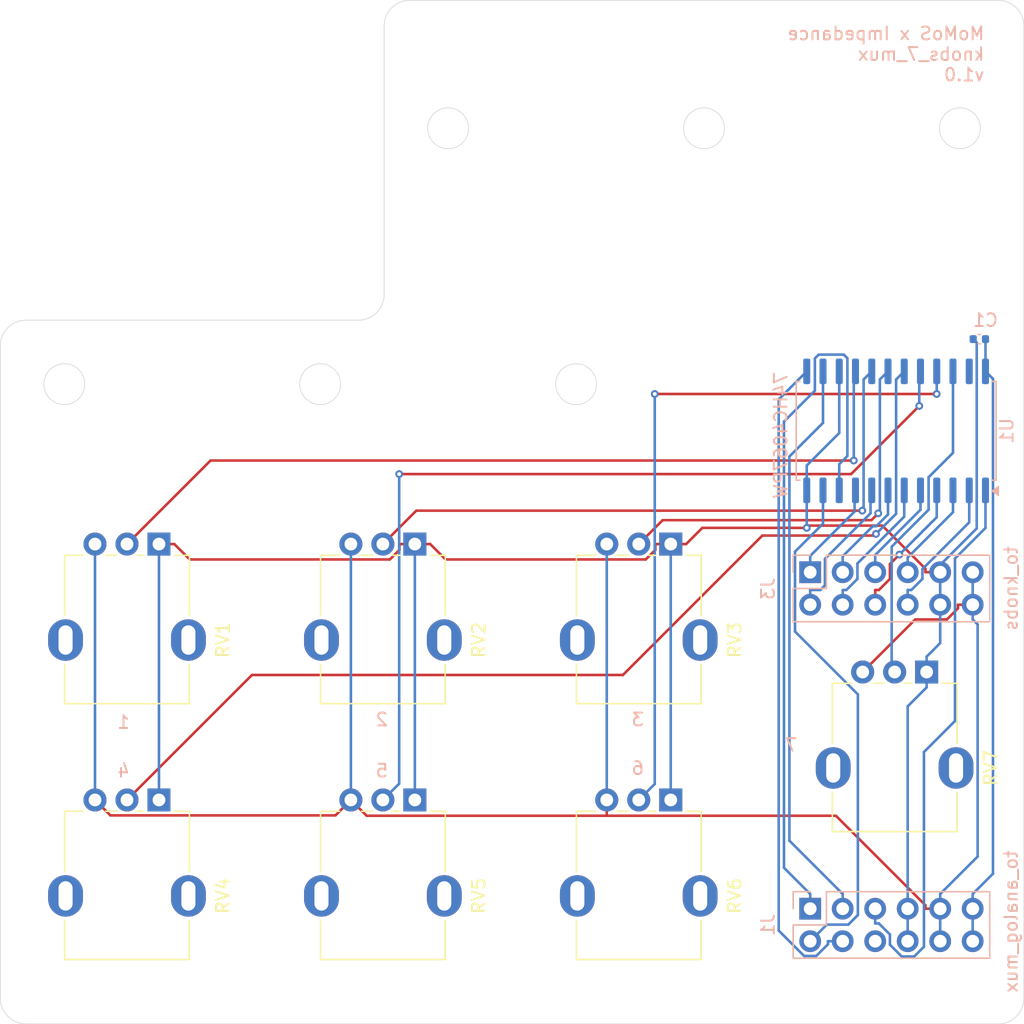
<source format=kicad_pcb>
(kicad_pcb (version 20240108) (generator "pcbnew") (generator_version "8.0")
  (layers (0 "F.Cu" signal) (31 "B.Cu" signal) (34 "B.Paste" user) (35 "F.Paste" user) (36 "B.SilkS" user "B.Silkscreen") (37 "F.SilkS" user "F.Silkscreen") (38 "B.Mask" user) (39 "F.Mask" user) (44 "Edge.Cuts" user))
  (net 0 "")
  (net 1 "+5V")
  (net 2 "GND")
  (net 3 "Net-(J1-Pin_5)")
  (net 4 "Net-(J1-Pin_3)")
  (net 5 "+3.3V")
  (net 7 "Net-(J1-Pin_4)")
  (net 8 "Net-(J1-Pin_1)")
  (net 9 "Net-(J1-Pin_2)")
  (net 10 "/A_in_14")
  (net 11 "/A_in_11")
  (net 12 "/A_in_12")
  (net 13 "/A_in_15")
  (net 14 "/A_in_13")
  (net 15 "/A_in_8")
  (net 16 "/A_in_10")
  (net 17 "/A_in_9")
  (net 18 "/A_in_0")
  (net 19 "/A_in_1")
  (net 20 "/A_in_2")
  (net 21 "/A_in_3")
  (net 22 "/A_in_4")
  (net 23 "/A_in_5")
  (net 24 "/A_in_6")
  (net 25 "/A_in_7")
  (footprint "eurorack_benjiao:Potentiometer_RV09" (layer "F.Cu") (at 12.4 -17.5 -90)
    (property "Reference" "RV4")
    (property "Value" "R_Potentiometer" (hide yes))
  )
  (footprint "eurorack_benjiao:Potentiometer_RV09" (layer "F.Cu") (at 52.4 -17.5 -90)
    (property "Reference" "RV6")
    (property "Value" "R_Potentiometer" (hide yes))
  )
  (footprint "eurorack_benjiao:Potentiometer_RV09" (layer "F.Cu") (at 52.4 -37.5 -90)
    (property "Reference" "RV3")
    (property "Value" "R_Potentiometer" (hide yes))
  )
  (footprint "eurorack_benjiao:Potentiometer_RV09" (layer "F.Cu") (at 32.4 -37.5 -90)
    (property "Reference" "RV2")
    (property "Value" "R_Potentiometer" (hide yes))
  )
  (footprint "eurorack_benjiao:Potentiometer_RV09" (layer "F.Cu") (at 32.4 -17.5 -90)
    (property "Reference" "RV5")
    (property "Value" "R_Potentiometer" (hide yes))
  )
  (footprint "eurorack_benjiao:Potentiometer_RV09" (layer "F.Cu") (at 12.4 -37.5 -90)
    (property "Reference" "RV1")
    (property "Value" "R_Potentiometer" (hide yes))
  )
  (footprint "eurorack_benjiao:Potentiometer_RV09" (layer "F.Cu") (at 72.4 -27.5 -90)
    (property "Reference" "RV7")
    (property "Value" "R_Potentiometer" (hide yes))
  )
  (footprint "Capacitor_SMD:C_0402_1005Metric" (layer "B.Cu") (at 76.52 -53.52)
    (property "Reference" "C1")
    (property "Value" "100 nF" (hide yes))
  )
  (footprint "Connector_PinHeader_2.54mm:PinHeader_2x06_P2.54mm_Vertical" (layer "B.Cu") (at 63.3 -9 -90)
    (property "Reference" "J1")
    (property "Value" "to_analog_mux")
  )
  (footprint "Package_SO:SOP-24_7.5x15.4mm_P1.27mm" (layer "B.Cu") (at 70.015 -46.35 90)
    (property "Reference" "U1")
    (property "Value" "74HC4067PW")
  )
  (footprint "Connector_PinHeader_2.54mm:PinHeader_2x06_P2.54mm_Vertical" (layer "B.Cu") (at 63.3 -35.3 -90)
    (property "Reference" "J3")
    (property "Value" "to_knobs")
  )
  (gr_circle (center 25 -50) (end 26.6 -50) (stroke (width 0.05)) (fill none) (layer "Edge.Cuts"))
  (gr_circle (center 55 -70) (end 56.6 -70) (stroke (width 0.05)) (fill none) (layer "Edge.Cuts"))
  (gr_arc (start 0 -53) (mid 0.585786 -54.414214) (end 2 -55) (stroke (width 0.05)) (layer "Edge.Cuts"))
  (gr_arc (start 2 0) (mid 0.585786 -0.585786) (end 0 -2) (stroke (width 0.05)) (layer "Edge.Cuts"))
  (gr_circle (center 5 -50) (end 6.6 -50) (stroke (width 0.05)) (fill none) (layer "Edge.Cuts"))
  (gr_line (start 0 -2) (end 0 -53) (stroke (width 0.05)) (layer "Edge.Cuts"))
  (gr_arc (start 30 -78) (mid 30.585786 -79.414214) (end 32 -80) (stroke (width 0.05)) (layer "Edge.Cuts"))
  (gr_circle (center 75 -70) (end 76.6 -70) (stroke (width 0.05)) (fill none) (layer "Edge.Cuts"))
  (gr_circle (center 35 -70) (end 36.6 -70) (stroke (width 0.05)) (fill none) (layer "Edge.Cuts"))
  (gr_arc (start 78 -80) (mid 79.414214 -79.414214) (end 80 -78) (stroke (width 0.05)) (layer "Edge.Cuts"))
  (gr_line (start 80 -55) (end 80 -2) (stroke (width 0.05)) (layer "Edge.Cuts"))
  (gr_arc (start 80 -2) (mid 79.414214 -0.585786) (end 78 0) (stroke (width 0.05)) (layer "Edge.Cuts"))
  (gr_line (start 78 0) (end 2 0) (stroke (width 0.05)) (layer "Edge.Cuts"))
  (gr_line (start 32 -80) (end 78 -80) (stroke (width 0.05)) (layer "Edge.Cuts"))
  (gr_line (start 30 -57) (end 30 -78) (stroke (width 0.05)) (layer "Edge.Cuts"))
  (gr_line (start 28 -55) (end 2 -55) (stroke (width 0.05)) (layer "Edge.Cuts"))
  (gr_line (start 80 -78) (end 80 -55) (stroke (width 0.05)) (layer "Edge.Cuts"))
  (gr_circle (center 45 -50) (end 46.6 -50) (stroke (width 0.05)) (fill none) (layer "Edge.Cuts"))
  (gr_arc (start 30 -57) (mid 29.414214 -55.585786) (end 28 -55) (stroke (width 0.05)) (layer "Edge.Cuts"))
  (gr_text "MoMoS x Impedance\nknobs_7_mux\nv1.0" (at 77 -73.6 0) (layer "B.SilkS") (effects (font (size 1 1)) (justify left bottom mirror)))
  (gr_text "5" (at 30.4 -19.2 0) (layer "B.SilkS") (effects (font (size 1 1)) (justify left bottom mirror)))
  (gr_text "6" (at 50.4 -19.4 0) (layer "B.SilkS") (effects (font (size 1 1)) (justify left bottom mirror)))
  (gr_text "7" (at 62.4 -21.2 0) (layer "B.SilkS") (effects (font (size 1 1)) (justify left bottom mirror)))
  (gr_text "2" (at 30.4 -23.2 0) (layer "B.SilkS") (effects (font (size 1 1)) (justify left bottom mirror)))
  (gr_text "3" (at 50.4 -23.2 0) (layer "B.SilkS") (effects (font (size 1 1)) (justify left bottom mirror)))
  (gr_text "1" (at 10.2 -23 0) (layer "B.SilkS") (effects (font (size 1 1)) (justify left bottom mirror)))
  (gr_text "4" (at 10.2 -19.2 0) (layer "B.SilkS") (effects (font (size 1 1)) (justify left bottom mirror)))
  (segment (start 76 -10.1517) (end 77.5862 -11.7379) (width 0.2) (layer "B.Cu") (net 1))
  (segment (start 77.5862 -50.4138) (end 77 -51) (width 0.2) (layer "B.Cu") (net 1))
  (segment (start 77 -53.52) (end 77 -51) (width 0.2) (layer "B.Cu") (net 1))
  (segment (start 76 -6.46) (end 76 -9) (width 0.2) (layer "B.Cu") (net 1))
  (segment (start 76 -9) (end 76 -10.1517) (width 0.2) (layer "B.Cu") (net 1))
  (segment (start 77.5862 -11.7379) (end 77.5862 -50.4138) (width 0.2) (layer "B.Cu") (net 1))
  (segment (start 30.4473 -36.2983) (end 31.1983 -37.0493) (width 0.2) (layer "F.Cu") (net 2))
  (segment (start 51.7992 -37.5) (end 52.4 -37.5) (width 0.2) (layer "F.Cu") (net 2))
  (segment (start 13.6017 -37.5) (end 14.8034 -36.2983) (width 0.2) (layer "F.Cu") (net 2))
  (segment (start 51.7992 -37.5) (end 51.1983 -37.5) (width 0.2) (layer "F.Cu") (net 2))
  (segment (start 31.1983 -37.0493) (end 31.1983 -37.5) (width 0.2) (layer "F.Cu") (net 2))
  (segment (start 53.6017 -37.5) (end 54.8689 -38.7672) (width 0.2) (layer "F.Cu") (net 2))
  (segment (start 73.46 -35.3) (end 72.3083 -35.3) (width 0.2) (layer "F.Cu") (net 2))
  (segment (start 63.2069 -38.9441) (end 68.9327 -38.9441) (width 0.2) (layer "F.Cu") (net 2))
  (segment (start 34.8034 -36.2983) (end 50.4473 -36.2983) (width 0.2) (layer "F.Cu") (net 2))
  (segment (start 12.4 -37.5) (end 13.6017 -37.5) (width 0.2) (layer "F.Cu") (net 2))
  (segment (start 14.8034 -36.2983) (end 30.4473 -36.2983) (width 0.2) (layer "F.Cu") (net 2))
  (segment (start 68.9327 -38.9441) (end 72.3083 -35.5685) (width 0.2) (layer "F.Cu") (net 2))
  (segment (start 31.7992 -37.5) (end 32.4 -37.5) (width 0.2) (layer "F.Cu") (net 2))
  (segment (start 72.3083 -35.5685) (end 72.3083 -35.3) (width 0.2) (layer "F.Cu") (net 2))
  (segment (start 52.4 -37.5) (end 53.6017 -37.5) (width 0.2) (layer "F.Cu") (net 2))
  (segment (start 63.03 -38.7672) (end 63.2069 -38.9441) (width 0.2) (layer "F.Cu") (net 2))
  (segment (start 51.1983 -37.0493) (end 51.1983 -37.5) (width 0.2) (layer "F.Cu") (net 2))
  (segment (start 31.7992 -37.5) (end 31.1983 -37.5) (width 0.2) (layer "F.Cu") (net 2))
  (segment (start 54.8689 -38.7672) (end 63.03 -38.7672) (width 0.2) (layer "F.Cu") (net 2))
  (segment (start 50.4473 -36.2983) (end 51.1983 -37.0493) (width 0.2) (layer "F.Cu") (net 2))
  (segment (start 33.6017 -37.5) (end 34.8034 -36.2983) (width 0.2) (layer "F.Cu") (net 2))
  (segment (start 32.4 -37.5) (end 33.6017 -37.5) (width 0.2) (layer "F.Cu") (net 2))
  (via (at 63.03 -38.7672) (size 0.6) (drill 0.3) (layers "F.Cu" "B.Cu") (net 2))
  (segment (start 73.46 -29.7617) (end 72.4 -28.7017) (width 0.2) (layer "B.Cu") (net 2))
  (segment (start 70.92 -24.8183) (end 72.4 -26.2983) (width 0.2) (layer "B.Cu") (net 2))
  (segment (start 63.03 -43.641) (end 63.03 -41.7) (width 0.2) (layer "B.Cu") (net 2))
  (segment (start 76.04 -53.52) (end 76.3161 -53.2439) (width 0.2) (layer "B.Cu") (net 2))
  (segment (start 73.46 -32.76) (end 73.46 -29.7617) (width 0.2) (layer "B.Cu") (net 2))
  (segment (start 72.4 -27.5) (end 72.4 -28.7017) (width 0.2) (layer "B.Cu") (net 2))
  (segment (start 76.3161 -53.2439) (end 76.3161 -38.7241) (width 0.2) (layer "B.Cu") (net 2))
  (segment (start 52.4 -37.5) (end 52.4 -17.5) (width 0.2) (layer "B.Cu") (net 2))
  (segment (start 63.03 -41.7) (end 63.03 -38.7672) (width 0.2) (layer "B.Cu") (net 2))
  (segment (start 65.57 -51) (end 65.57 -46.181) (width 0.2) (layer "B.Cu") (net 2))
  (segment (start 70.92 -6.46) (end 70.92 -9) (width 0.2) (layer "B.Cu") (net 2))
  (segment (start 73.46 -35.3) (end 73.46 -32.76) (width 0.2) (layer "B.Cu") (net 2))
  (segment (start 32.4 -37.5) (end 32.4 -17.5) (width 0.2) (layer "B.Cu") (net 2))
  (segment (start 73.46 -35.868) (end 73.46 -35.3) (width 0.2) (layer "B.Cu") (net 2))
  (segment (start 12.4 -37.5) (end 12.4 -17.5) (width 0.2) (layer "B.Cu") (net 2))
  (segment (start 65.57 -46.181) (end 63.03 -43.641) (width 0.2) (layer "B.Cu") (net 2))
  (segment (start 72.4 -27.5) (end 72.4 -26.2983) (width 0.2) (layer "B.Cu") (net 2))
  (segment (start 76.3161 -38.7241) (end 73.46 -35.868) (width 0.2) (layer "B.Cu") (net 2))
  (segment (start 70.92 -9) (end 70.92 -24.8183) (width 0.2) (layer "B.Cu") (net 2))
  (segment (start 69.5317 -6.9846) (end 69.5317 -6.1859) (width 0.2) (layer "B.Cu") (net 3))
  (segment (start 70.4538 -5.2638) (end 71.4263 -5.2638) (width 0.2) (layer "B.Cu") (net 3))
  (segment (start 68.38 -9) (end 68.38 -7.8483) (width 0.2) (layer "B.Cu") (net 3))
  (segment (start 72.19 -21.2463) (end 74.6153 -23.6716) (width 0.2) (layer "B.Cu") (net 3))
  (segment (start 71.4263 -5.2638) (end 72.19 -6.0275) (width 0.2) (layer "B.Cu") (net 3))
  (segment (start 72.19 -6.0275) (end 72.19 -21.2463) (width 0.2) (layer "B.Cu") (net 3))
  (segment (start 77 -38.7573) (end 77 -41.7) (width 0.2) (layer "B.Cu") (net 3))
  (segment (start 68.38 -7.8483) (end 68.668 -7.8483) (width 0.2) (layer "B.Cu") (net 3))
  (segment (start 69.5317 -6.1859) (end 70.4538 -5.2638) (width 0.2) (layer "B.Cu") (net 3))
  (segment (start 74.6153 -36.3726) (end 77 -38.7573) (width 0.2) (layer "B.Cu") (net 3))
  (segment (start 74.6153 -23.6716) (end 74.6153 -36.3726) (width 0.2) (layer "B.Cu") (net 3))
  (segment (start 68.668 -7.8483) (end 69.5317 -6.9846) (width 0.2) (layer "B.Cu") (net 3))
  (segment (start 65.84 -9) (end 65.84 -10.1517) (width 0.2) (layer "B.Cu") (net 4))
  (segment (start 61.6751 -14.3166) (end 61.6751 -44.3486) (width 0.2) (layer "B.Cu") (net 4))
  (segment (start 65.84 -10.1517) (end 61.6751 -14.3166) (width 0.2) (layer "B.Cu") (net 4))
  (segment (start 64.3 -46.9735) (end 64.3 -51) (width 0.2) (layer "B.Cu") (net 4))
  (segment (start 61.6751 -44.3486) (end 64.3 -46.9735) (width 0.2) (layer "B.Cu") (net 4))
  (segment (start 74.8483 -32.472) (end 73.9846 -31.6083) (width 0.2) (layer "F.Cu") (net 5))
  (segment (start 26.1948 -16.2948) (end 27.4 -17.5) (width 0.2) (layer "F.Cu") (net 5))
  (segment (start 71.5083 -31.6083) (end 67.4 -27.5) (width 0.2) (layer "F.Cu") (net 5))
  (segment (start 47.4 -16.2655) (end 65.3113 -16.2655) (width 0.2) (layer "F.Cu") (net 5))
  (segment (start 28.6345 -16.2655) (end 47.4 -16.2655) (width 0.2) (layer "F.Cu") (net 5))
  (segment (start 74.8483 -32.76) (end 74.8483 -32.472) (width 0.2) (layer "F.Cu") (net 5))
  (segment (start 7.4 -17.5) (end 8.6052 -16.2948) (width 0.2) (layer "F.Cu") (net 5))
  (segment (start 72.3083 -9.2685) (end 72.3083 -9) (width 0.2) (layer "F.Cu") (net 5))
  (segment (start 65.3113 -16.2655) (end 72.3083 -9.2685) (width 0.2) (layer "F.Cu") (net 5))
  (segment (start 27.4 -17.5) (end 28.6345 -16.2655) (width 0.2) (layer "F.Cu") (net 5))
  (segment (start 76 -32.76) (end 74.8483 -32.76) (width 0.2) (layer "F.Cu") (net 5))
  (segment (start 73.9846 -31.6083) (end 71.5083 -31.6083) (width 0.2) (layer "F.Cu") (net 5))
  (segment (start 73.46 -9) (end 72.3083 -9) (width 0.2) (layer "F.Cu") (net 5))
  (segment (start 8.6052 -16.2948) (end 26.1948 -16.2948) (width 0.2) (layer "F.Cu") (net 5))
  (segment (start 47.4 -16.2655) (end 47.4 -17.5) (width 0.2) (layer "F.Cu") (net 5))
  (segment (start 76 -31.6083) (end 76.3869 -31.2214) (width 0.2) (layer "B.Cu") (net 5))
  (segment (start 76 -32.76) (end 76 -31.6083) (width 0.2) (layer "B.Cu") (net 5))
  (segment (start 76.3869 -13.0786) (end 73.46 -10.1517) (width 0.2) (layer "B.Cu") (net 5))
  (segment (start 73.46 -9) (end 73.46 -10.1517) (width 0.2) (layer "B.Cu") (net 5))
  (segment (start 76.3869 -31.2214) (end 76.3869 -13.0786) (width 0.2) (layer "B.Cu") (net 5))
  (segment (start 47.4 -37.5) (end 47.4 -17.5) (width 0.2) (layer "B.Cu") (net 5))
  (segment (start 76 -32.76) (end 76 -35.3) (width 0.2) (layer "B.Cu") (net 5))
  (segment (start 7.4 -37.5) (end 7.4 -17.5) (width 0.2) (layer "B.Cu") (net 5))
  (segment (start 27.4 -37.5) (end 27.4 -17.5) (width 0.2) (layer "B.Cu") (net 5))
  (segment (start 73.46 -6.46) (end 73.46 -9) (width 0.2) (layer "B.Cu") (net 5))
  (segment (start 60.8379 -7.2933) (end 62.8229 -5.3083) (width 0.2) (layer "B.Cu") (net 7))
  (segment (start 65.84 -6.46) (end 64.6883 -6.46) (width 0.2) (layer "B.Cu") (net 7))
  (segment (start 63.03 -51) (end 60.8379 -48.8079) (width 0.2) (layer "B.Cu") (net 7))
  (segment (start 64.6883 -6.2195) (end 64.6883 -6.46) (width 0.2) (layer "B.Cu") (net 7))
  (segment (start 62.8229 -5.3083) (end 63.7771 -5.3083) (width 0.2) (layer "B.Cu") (net 7))
  (segment (start 60.8379 -48.8079) (end 60.8379 -7.2933) (width 0.2) (layer "B.Cu") (net 7))
  (segment (start 63.7771 -5.3083) (end 64.6883 -6.2195) (width 0.2) (layer "B.Cu") (net 7))
  (segment (start 63.665 -49.4884) (end 63.665 -52.0085) (width 0.2) (layer "B.Cu") (net 8))
  (segment (start 66.205 -44.3797) (end 65.57 -43.7447) (width 0.2) (layer "B.Cu") (net 8))
  (segment (start 63.3 -9) (end 63.3 -10.1517) (width 0.2) (layer "B.Cu") (net 8))
  (segment (start 63.665 -52.0085) (end 63.9643 -52.3078) (width 0.2) (layer "B.Cu") (net 8))
  (segment (start 61.2488 -12.2029) (end 61.2488 -47.0722) (width 0.2) (layer "B.Cu") (net 8))
  (segment (start 61.2488 -47.0722) (end 63.665 -49.4884) (width 0.2) (layer "B.Cu") (net 8))
  (segment (start 63.9643 -52.3078) (end 65.9271 -52.3078) (width 0.2) (layer "B.Cu") (net 8))
  (segment (start 65.57 -43.7447) (end 65.57 -41.7) (width 0.2) (layer "B.Cu") (net 8))
  (segment (start 63.3 -10.1517) (end 61.2488 -12.2029) (width 0.2) (layer "B.Cu") (net 8))
  (segment (start 65.9271 -52.3078) (end 66.205 -52.0299) (width 0.2) (layer "B.Cu") (net 8))
  (segment (start 66.205 -52.0299) (end 66.205 -44.3797) (width 0.2) (layer "B.Cu") (net 8))
  (segment (start 64.5967 -7.7567) (end 63.3 -6.46) (width 0.2) (layer "B.Cu") (net 9))
  (segment (start 67.0253 -25.753) (end 67.0253 -8.5029) (width 0.2) (layer "B.Cu") (net 9))
  (segment (start 64.3 -39.0959) (end 62.1133 -36.9092) (width 0.2) (layer "B.Cu") (net 9))
  (segment (start 66.2791 -7.7567) (end 64.5967 -7.7567) (width 0.2) (layer "B.Cu") (net 9))
  (segment (start 62.1133 -30.665) (end 67.0253 -25.753) (width 0.2) (layer "B.Cu") (net 9))
  (segment (start 62.1133 -36.9092) (end 62.1133 -30.665) (width 0.2) (layer "B.Cu") (net 9))
  (segment (start 64.3 -41.7) (end 64.3 -39.0959) (width 0.2) (layer "B.Cu") (net 9))
  (segment (start 67.0253 -8.5029) (end 66.2791 -7.7567) (width 0.2) (layer "B.Cu") (net 9))
  (segment (start 74.46 -39.9917) (end 74.46 -41.7) (width 0.2) (layer "B.Cu") (net 10))
  (segment (start 70.92 -36.4517) (end 74.46 -39.9917) (width 0.2) (layer "B.Cu") (net 10))
  (segment (start 70.92 -35.3) (end 70.92 -36.4517) (width 0.2) (layer "B.Cu") (net 10))
  (segment (start 65.84 -33.9117) (end 66.128 -33.9117) (width 0.2) (layer "B.Cu") (net 11))
  (segment (start 66.9917 -35.9878) (end 70.65 -39.6461) (width 0.2) (layer "B.Cu") (net 11))
  (segment (start 65.84 -32.76) (end 65.84 -33.9117) (width 0.2) (layer "B.Cu") (net 11))
  (segment (start 66.9917 -34.7754) (end 66.9917 -35.9878) (width 0.2) (layer "B.Cu") (net 11))
  (segment (start 70.65 -39.6461) (end 70.65 -41.7) (width 0.2) (layer "B.Cu") (net 11))
  (segment (start 66.128 -33.9117) (end 66.9917 -34.7754) (width 0.2) (layer "B.Cu") (net 11))
  (segment (start 68.38 -36.6423) (end 68.38 -35.3) (width 0.2) (layer "B.Cu") (net 12))
  (segment (start 71.92 -40.1823) (end 68.38 -36.6423) (width 0.2) (layer "B.Cu") (net 12))
  (segment (start 71.92 -41.7) (end 71.92 -40.1823) (width 0.2) (layer "B.Cu") (net 12))
  (segment (start 75.73 -39.2005) (end 75.73 -41.7) (width 0.2) (layer "B.Cu") (net 13))
  (segment (start 70.92 -32.76) (end 70.92 -33.9117) (width 0.2) (layer "B.Cu") (net 13))
  (segment (start 72.0717 -35.5422) (end 75.73 -39.2005) (width 0.2) (layer "B.Cu") (net 13))
  (segment (start 70.92 -33.9117) (end 71.208 -33.9117) (width 0.2) (layer "B.Cu") (net 13))
  (segment (start 72.0717 -34.7754) (end 72.0717 -35.5422) (width 0.2) (layer "B.Cu") (net 13))
  (segment (start 71.208 -33.9117) (end 72.0717 -34.7754) (width 0.2) (layer "B.Cu") (net 13))
  (segment (start 68.38 -32.76) (end 68.38 -33.9117) (width 0.2) (layer "F.Cu") (net 14))
  (segment (start 68.38 -33.9117) (end 68.668 -33.9117) (width 0.2) (layer "F.Cu") (net 14))
  (segment (start 69.5317 -34.7754) (end 69.5317 -35.9397) (width 0.2) (layer "F.Cu") (net 14))
  (segment (start 68.668 -33.9117) (end 69.5317 -34.7754) (width 0.2) (layer "F.Cu") (net 14))
  (segment (start 69.5317 -35.9397) (end 70.2696 -36.6776) (width 0.2) (layer "F.Cu") (net 14))
  (via (at 70.2696 -36.6776) (size 0.6) (drill 0.3) (layers "F.Cu" "B.Cu") (net 14))
  (segment (start 70.2696 -36.6776) (end 73.19 -39.598) (width 0.2) (layer "B.Cu") (net 14))
  (segment (start 73.19 -39.598) (end 73.19 -41.7) (width 0.2) (layer "B.Cu") (net 14))
  (segment (start 66.84 -41.7) (end 66.7696 -41.6296) (width 0.2) (layer "B.Cu") (net 15))
  (segment (start 63.3 -36.5733) (end 63.3 -35.3) (width 0.2) (layer "B.Cu") (net 15))
  (segment (start 66.7696 -41.6296) (end 66.7696 -40.0429) (width 0.2) (layer "B.Cu") (net 15))
  (segment (start 66.7696 -40.0429) (end 63.3 -36.5733) (width 0.2) (layer "B.Cu") (net 15))
  (segment (start 69.38 -39.815) (end 68.4602 -38.8952) (width 0.2) (layer "B.Cu") (net 16))
  (segment (start 69.38 -41.7) (end 69.38 -39.815) (width 0.2) (layer "B.Cu") (net 16))
  (segment (start 65.84 -35.3) (end 65.84 -36.4517) (width 0.2) (layer "B.Cu") (net 16))
  (segment (start 68.1918 -38.8952) (end 65.84 -36.5434) (width 0.2) (layer "B.Cu") (net 16))
  (segment (start 65.84 -36.5434) (end 65.84 -36.4517) (width 0.2) (layer "B.Cu") (net 16))
  (segment (start 68.4602 -38.8952) (end 68.1918 -38.8952) (width 0.2) (layer "B.Cu") (net 16))
  (segment (start 64.4517 -36.3428) (end 64.4517 -34.2716) (width 0.2) (layer "B.Cu") (net 17))
  (segment (start 68.11 -41.7) (end 68.0153 -41.6053) (width 0.2) (layer "B.Cu") (net 17))
  (segment (start 64.0918 -33.9117) (end 63.3 -33.9117) (width 0.2) (layer "B.Cu") (net 17))
  (segment (start 63.3 -32.76) (end 63.3 -33.9117) (width 0.2) (layer "B.Cu") (net 17))
  (segment (start 68.0153 -39.9064) (end 64.4517 -36.3428) (width 0.2) (layer "B.Cu") (net 17))
  (segment (start 68.0153 -41.6053) (end 68.0153 -39.9064) (width 0.2) (layer "B.Cu") (net 17))
  (segment (start 64.4517 -34.2716) (end 64.0918 -33.9117) (width 0.2) (layer "B.Cu") (net 17))
  (segment (start 16.4302 -44.0302) (end 66.7063 -44.0302) (width 0.2) (layer "F.Cu") (net 18))
  (segment (start 9.9 -37.5) (end 16.4302 -44.0302) (width 0.2) (layer "F.Cu") (net 18))
  (via (at 66.7063 -44.0302) (size 0.6) (drill 0.3) (layers "F.Cu" "B.Cu") (net 18))
  (segment (start 66.7063 -50.8663) (end 66.84 -51) (width 0.2) (layer "B.Cu") (net 18))
  (segment (start 66.7063 -44.0302) (end 66.7063 -50.8663) (width 0.2) (layer "B.Cu") (net 18))
  (segment (start 32.5133 -40.1133) (end 67.3713 -40.1133) (width 0.2) (layer "F.Cu") (net 19))
  (segment (start 29.9 -37.5) (end 32.5133 -40.1133) (width 0.2) (layer "F.Cu") (net 19))
  (via (at 67.3713 -40.1133) (size 0.6) (drill 0.3) (layers "F.Cu" "B.Cu") (net 19))
  (segment (start 67.3713 -40.1133) (end 67.475 -40.217) (width 0.2) (layer "B.Cu") (net 19))
  (segment (start 67.475 -40.217) (end 67.475 -50.365) (width 0.2) (layer "B.Cu") (net 19))
  (segment (start 67.475 -50.365) (end 68.11 -51) (width 0.2) (layer "B.Cu") (net 19))
  (segment (start 68.617 -39.9029) (end 68.083 -39.3689) (width 0.2) (layer "F.Cu") (net 20))
  (segment (start 51.7689 -39.3689) (end 49.9 -37.5) (width 0.2) (layer "F.Cu") (net 20))
  (segment (start 68.083 -39.3689) (end 51.7689 -39.3689) (width 0.2) (layer "F.Cu") (net 20))
  (via (at 68.617 -39.9029) (size 0.6) (drill 0.3) (layers "F.Cu" "B.Cu") (net 20))
  (segment (start 68.745 -40.0309) (end 68.745 -50.365) (width 0.2) (layer "B.Cu") (net 20))
  (segment (start 68.745 -50.365) (end 69.38 -51) (width 0.2) (layer "B.Cu") (net 20))
  (segment (start 68.617 -39.9029) (end 68.745 -40.0309) (width 0.2) (layer "B.Cu") (net 20))
  (segment (start 59.5591 -38.1655) (end 68.3129 -38.1655) (width 0.2) (layer "F.Cu") (net 21))
  (segment (start 48.6621 -27.2685) (end 59.5591 -38.1655) (width 0.2) (layer "F.Cu") (net 21))
  (segment (start 9.9 -17.5) (end 19.6685 -27.2685) (width 0.2) (layer "F.Cu") (net 21))
  (segment (start 68.3129 -38.1655) (end 68.4409 -38.2935) (width 0.2) (layer "F.Cu") (net 21))
  (segment (start 19.6685 -27.2685) (end 48.6621 -27.2685) (width 0.2) (layer "F.Cu") (net 21))
  (via (at 68.4409 -38.2935) (size 0.6) (drill 0.3) (layers "F.Cu" "B.Cu") (net 21))
  (segment (start 68.4409 -38.2935) (end 70.015 -39.8676) (width 0.2) (layer "B.Cu") (net 21))
  (segment (start 70.015 -39.8676) (end 70.015 -50.365) (width 0.2) (layer "B.Cu") (net 21))
  (segment (start 70.015 -50.365) (end 70.65 -51) (width 0.2) (layer "B.Cu") (net 21))
  (segment (start 31.1751 -42.9708) (end 66.4978 -42.9708) (width 0.2) (layer "F.Cu") (net 22))
  (segment (start 66.4978 -42.9708) (end 71.8225 -48.2955) (width 0.2) (layer "F.Cu") (net 22))
  (via (at 31.1751 -42.9708) (size 0.6) (drill 0.3) (layers "F.Cu" "B.Cu") (net 22))
  (via (at 71.8225 -48.2955) (size 0.6) (drill 0.3) (layers "F.Cu" "B.Cu") (net 22))
  (segment (start 71.92 -51) (end 71.8225 -50.9025) (width 0.2) (layer "B.Cu") (net 22))
  (segment (start 29.9 -17.5) (end 31.1751 -18.7751) (width 0.2) (layer "B.Cu") (net 22))
  (segment (start 31.1751 -18.7751) (end 31.1751 -42.9708) (width 0.2) (layer "B.Cu") (net 22))
  (segment (start 71.8225 -50.9025) (end 71.8225 -48.2955) (width 0.2) (layer "B.Cu") (net 22))
  (segment (start 51.15 -49.2316) (end 73.19 -49.2316) (width 0.2) (layer "F.Cu") (net 23))
  (via (at 51.15 -49.2316) (size 0.6) (drill 0.3) (layers "F.Cu" "B.Cu") (net 23))
  (via (at 73.19 -49.2316) (size 0.6) (drill 0.3) (layers "F.Cu" "B.Cu") (net 23))
  (segment (start 51.15 -18.75) (end 51.15 -49.2316) (width 0.2) (layer "B.Cu") (net 23))
  (segment (start 73.19 -51) (end 73.19 -49.2316) (width 0.2) (layer "B.Cu") (net 23))
  (segment (start 49.9 -17.5) (end 51.15 -18.75) (width 0.2) (layer "B.Cu") (net 23))
  (segment (start 69.6679 -37.2952) (end 69.6679 -27.7321) (width 0.2) (layer "B.Cu") (net 24))
  (segment (start 72.555 -42.7255) (end 72.555 -40.1823) (width 0.2) (layer "B.Cu") (net 24))
  (segment (start 74.46 -44.6305) (end 72.555 -42.7255) (width 0.2) (layer "B.Cu") (net 24))
  (segment (start 69.6679 -27.7321) (end 69.9 -27.5) (width 0.2) (layer "B.Cu") (net 24))
  (segment (start 74.46 -51) (end 74.46 -44.6305) (width 0.2) (layer "B.Cu") (net 24))
  (segment (start 72.555 -40.1823) (end 69.6679 -37.2952) (width 0.2) (layer "B.Cu") (net 24))
)
</source>
